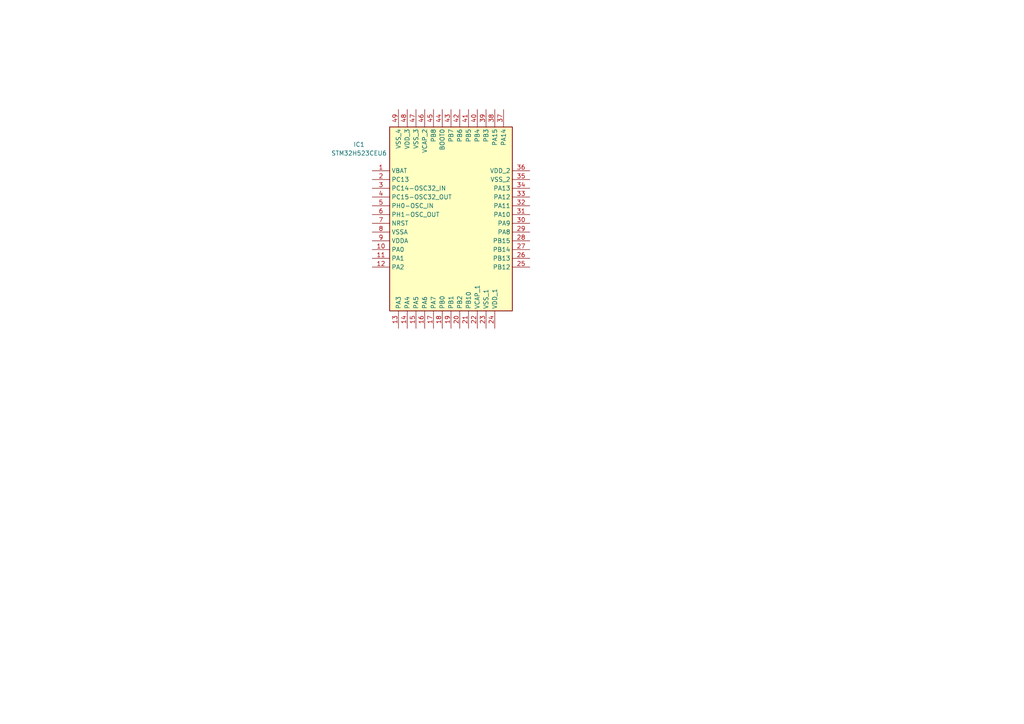
<source format=kicad_sch>
(kicad_sch (version 20230121) (generator eeschema)
  (paper "A4")
  (title_block (title "StrainGauge") (date "2025-01-05") (rev "0.0.0") (company "PGRacing Team") (comment 1 "Author: Mieszko Celiński"))
  (lib_symbols
    (symbol "StrainGaugeSYM:STM32H523CEU6"
      (property "Reference" "IC" (at 41.91 17.78 0))
      (property "Value" "STM32H523CEU6" (at 41.91 15.24 0))
      (symbol "STM32H523CEU6_1_1"
        (rectangle (start 5.08 12.7) (end 40.64 -40.64) (stroke (width 0.254)) (fill (type background)))
        (pin passive line (at 0 0 0) (length 5.08) (name "VBAT") (number "1"))
        (pin passive line (at 0 -22.86 0) (length 5.08) (name "PA0") (number "10"))
        (pin passive line (at 0 -25.4 0) (length 5.08) (name "PA1") (number "11"))
        (pin passive line (at 0 -27.94 0) (length 5.08) (name "PA2") (number "12"))
        (pin passive line (at 7.62 -45.72 90) (length 5.08) (name "PA3") (number "13"))
        (pin passive line (at 10.16 -45.72 90) (length 5.08) (name "PA4") (number "14"))
        (pin passive line (at 12.7 -45.72 90) (length 5.08) (name "PA5") (number "15"))
        (pin passive line (at 15.24 -45.72 90) (length 5.08) (name "PA6") (number "16"))
        (pin passive line (at 17.78 -45.72 90) (length 5.08) (name "PA7") (number "17"))
        (pin passive line (at 20.32 -45.72 90) (length 5.08) (name "PB0") (number "18"))
        (pin passive line (at 22.86 -45.72 90) (length 5.08) (name "PB1") (number "19"))
        (pin passive line (at 0 -2.54 0) (length 5.08) (name "PC13") (number "2"))
        (pin passive line (at 25.4 -45.72 90) (length 5.08) (name "PB2") (number "20"))
        (pin passive line (at 27.94 -45.72 90) (length 5.08) (name "PB10") (number "21"))
        (pin passive line (at 30.48 -45.72 90) (length 5.08) (name "VCAP_1") (number "22"))
        (pin passive line (at 33.02 -45.72 90) (length 5.08) (name "VSS_1") (number "23"))
        (pin passive line (at 35.56 -45.72 90) (length 5.08) (name "VDD_1") (number "24"))
        (pin passive line (at 45.72 -27.94 180) (length 5.08) (name "PB12") (number "25"))
        (pin passive line (at 45.72 -25.4 180) (length 5.08) (name "PB13") (number "26"))
        (pin passive line (at 45.72 -22.86 180) (length 5.08) (name "PB14") (number "27"))
        (pin passive line (at 45.72 -20.32 180) (length 5.08) (name "PB15") (number "28"))
        (pin passive line (at 45.72 -17.78 180) (length 5.08) (name "PA8") (number "29"))
        (pin passive line (at 0 -5.08 0) (length 5.08) (name "PC14-OSC32_IN") (number "3"))
        (pin passive line (at 45.72 -15.24 180) (length 5.08) (name "PA9") (number "30"))
        (pin passive line (at 45.72 -12.7 180) (length 5.08) (name "PA10") (number "31"))
        (pin passive line (at 45.72 -10.16 180) (length 5.08) (name "PA11") (number "32"))
        (pin passive line (at 45.72 -7.62 180) (length 5.08) (name "PA12") (number "33"))
        (pin passive line (at 45.72 -5.08 180) (length 5.08) (name "PA13") (number "34"))
        (pin passive line (at 45.72 -2.54 180) (length 5.08) (name "VSS_2") (number "35"))
        (pin passive line (at 45.72 0 180) (length 5.08) (name "VDD_2") (number "36"))
        (pin passive line (at 38.1 17.78 270) (length 5.08) (name "PA14") (number "37"))
        (pin passive line (at 35.56 17.78 270) (length 5.08) (name "PA15") (number "38"))
        (pin passive line (at 33.02 17.78 270) (length 5.08) (name "PB3") (number "39"))
        (pin passive line (at 0 -7.62 0) (length 5.08) (name "PC15-OSC32_OUT") (number "4"))
        (pin passive line (at 30.48 17.78 270) (length 5.08) (name "PB4") (number "40"))
        (pin passive line (at 27.94 17.78 270) (length 5.08) (name "PB5") (number "41"))
        (pin passive line (at 25.4 17.78 270) (length 5.08) (name "PB6") (number "42"))
        (pin passive line (at 22.86 17.78 270) (length 5.08) (name "PB7") (number "43"))
        (pin passive line (at 20.32 17.78 270) (length 5.08) (name "BOOT0") (number "44"))
        (pin passive line (at 17.78 17.78 270) (length 5.08) (name "PB8") (number "45"))
        (pin passive line (at 15.24 17.78 270) (length 5.08) (name "VCAP_2") (number "46"))
        (pin passive line (at 12.7 17.78 270) (length 5.08) (name "VSS_3") (number "47"))
        (pin passive line (at 10.16 17.78 270) (length 5.08) (name "VDD_3") (number "48"))
        (pin passive line (at 7.62 17.78 270) (length 5.08) (name "VSS_4") (number "49"))
        (pin passive line (at 0 -10.16 0) (length 5.08) (name "PH0-OSC_IN") (number "5"))
        (pin passive line (at 0 -12.7 0) (length 5.08) (name "PH1-OSC_OUT") (number "6"))
        (pin passive line (at 0 -15.24 0) (length 5.08) (name "NRST") (number "7"))
        (pin passive line (at 0 -17.78 0) (length 5.08) (name "VSSA") (number "8"))
        (pin passive line (at 0 -20.32 0) (length 5.08) (name "VDDA") (number "9"))
      )
    )
  )
  (symbol (lib_id "StrainGaugeSYM:STM32H523CEU6") (at 107.95 49.53 0) (unit 1)
    (property "Reference" "IC1" (at 104.14 41.91 0))
    (property "Value" "STM32H523CEU6" (at 104.14 44.45 0))
    (property "Footprint" "QFN50P700X700X60-49N-D" (effects hide))
    (property "Datasheet" "https://www.arrow.com/en/products/stm32h523ceu6/stmicroelectronics?region=nac" (effects hide))
    (property "Height" "0.6" (effects hide))
    (property "Mouser Part Number" "511-STM32H523CEU6" (effects hide))
    (property "Mouser Price/Stock" "https://www.mouser.co.uk/ProductDetail/STMicroelectronics/STM32H523CEU6?qs=ZcfC38r4Pot%2FWfU8ati%252BDA%3D%3D" (effects hide))
    (property "Manufacturer_Name" "STMicroelectronics" (effects hide))
    (property "Manufacturer_Part_Number" "STM32H523CEU6" (effects hide))
  )
)
</source>
